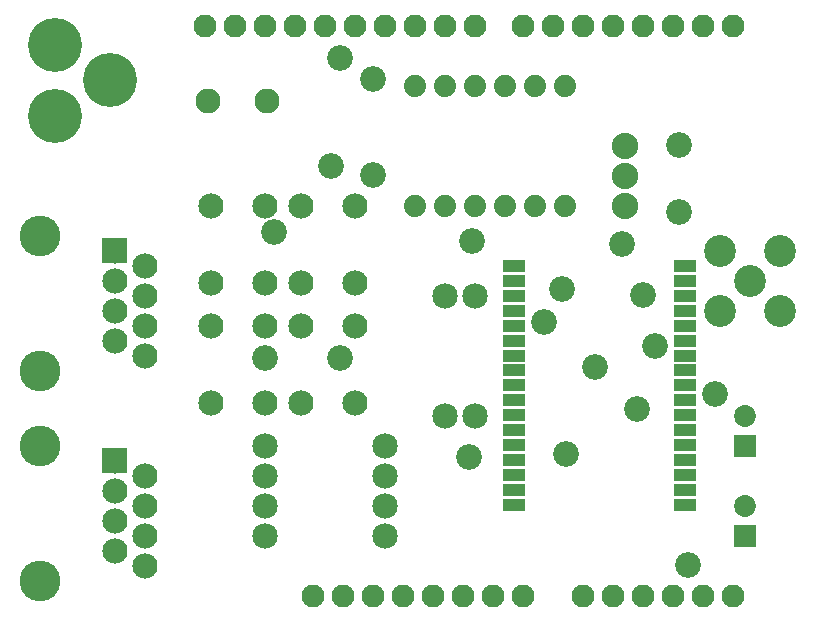
<source format=gts>
G04 MADE WITH FRITZING*
G04 WWW.FRITZING.ORG*
G04 DOUBLE SIDED*
G04 HOLES PLATED*
G04 CONTOUR ON CENTER OF CONTOUR VECTOR*
%ASAXBY*%
%FSLAX23Y23*%
%MOIN*%
%OFA0B0*%
%SFA1.0B1.0*%
%ADD10C,0.085433*%
%ADD11C,0.082998*%
%ADD12C,0.072992*%
%ADD13C,0.085000*%
%ADD14C,0.076194*%
%ADD15C,0.076222*%
%ADD16C,0.180000*%
%ADD17C,0.074000*%
%ADD18C,0.084000*%
%ADD19C,0.135984*%
%ADD20C,0.088000*%
%ADD21C,0.106384*%
%ADD22C,0.106385*%
%ADD23R,0.072992X0.072992*%
%ADD24R,0.072992X0.041496*%
%ADD25R,0.001000X0.001000*%
%LNMASK1*%
G90*
G70*
G54D10*
X2346Y1630D03*
X2346Y1405D03*
X2224Y1128D03*
X1970Y597D03*
G54D11*
X774Y1774D03*
X971Y1774D03*
G54D10*
X1895Y1038D03*
X1955Y1148D03*
X2265Y958D03*
X2465Y798D03*
X1645Y588D03*
X1655Y1308D03*
X965Y918D03*
X1325Y1528D03*
X1325Y1848D03*
X1215Y918D03*
X995Y1338D03*
X1185Y1558D03*
X1215Y1918D03*
X2155Y1298D03*
X2065Y888D03*
X2205Y748D03*
X2375Y228D03*
G54D12*
X2565Y626D03*
X2565Y725D03*
X2565Y326D03*
X2565Y425D03*
G54D13*
X1665Y1126D03*
X1665Y726D03*
X1565Y1126D03*
X1565Y726D03*
G54D14*
X2125Y126D03*
X2225Y126D03*
X2325Y126D03*
X2425Y126D03*
X2525Y126D03*
G54D15*
X1665Y2026D03*
X1565Y2026D03*
X1465Y2026D03*
X1365Y2026D03*
X1265Y2026D03*
X1165Y2026D03*
X1065Y2026D03*
X965Y2026D03*
X865Y2026D03*
X765Y2026D03*
X2525Y2026D03*
X2425Y2026D03*
X2325Y2026D03*
X2225Y2026D03*
X2125Y2026D03*
X2025Y2026D03*
X1925Y2026D03*
X1825Y2026D03*
G54D14*
X1225Y126D03*
X1125Y126D03*
X1325Y126D03*
X1425Y126D03*
X1525Y126D03*
X1625Y126D03*
X1725Y126D03*
X1825Y126D03*
X2025Y126D03*
G54D16*
X265Y1962D03*
X265Y1726D03*
X450Y1844D03*
X265Y1962D03*
X265Y1726D03*
X450Y1844D03*
G54D17*
X1865Y1426D03*
X1765Y1426D03*
X1665Y1426D03*
X1565Y1426D03*
X1465Y1426D03*
X1465Y1826D03*
X1565Y1826D03*
X1665Y1826D03*
X1765Y1826D03*
X1865Y1826D03*
X1965Y1826D03*
X1965Y1426D03*
G54D18*
X1265Y1426D03*
X1265Y1170D03*
X1087Y1426D03*
X1087Y1170D03*
X1265Y1426D03*
X1265Y1170D03*
X1087Y1426D03*
X1087Y1170D03*
X965Y1426D03*
X965Y1170D03*
X787Y1426D03*
X787Y1170D03*
X965Y1426D03*
X965Y1170D03*
X787Y1426D03*
X787Y1170D03*
X1265Y1026D03*
X1265Y770D03*
X1087Y1026D03*
X1087Y770D03*
X1265Y1026D03*
X1265Y770D03*
X1087Y1026D03*
X1087Y770D03*
X965Y1026D03*
X965Y770D03*
X787Y1026D03*
X787Y770D03*
X965Y1026D03*
X965Y770D03*
X787Y1026D03*
X787Y770D03*
X565Y926D03*
X465Y976D03*
X565Y1026D03*
X565Y1126D03*
X565Y1226D03*
X465Y1076D03*
X465Y1176D03*
X465Y1276D03*
G54D19*
X215Y1326D03*
X215Y876D03*
G54D18*
X565Y926D03*
X465Y976D03*
X565Y1026D03*
X565Y1126D03*
X565Y1226D03*
X465Y1076D03*
X465Y1176D03*
X465Y1276D03*
G54D19*
X215Y1326D03*
X215Y876D03*
G54D13*
X965Y326D03*
X1365Y326D03*
X965Y426D03*
X1365Y426D03*
X965Y526D03*
X1365Y526D03*
X965Y626D03*
X1365Y626D03*
G54D20*
X2165Y1626D03*
X2165Y1526D03*
X2165Y1426D03*
G54D18*
X565Y226D03*
X465Y276D03*
X565Y326D03*
X565Y426D03*
X565Y526D03*
X465Y376D03*
X465Y476D03*
X465Y576D03*
G54D19*
X215Y626D03*
X215Y176D03*
G54D18*
X565Y226D03*
X465Y276D03*
X565Y326D03*
X565Y426D03*
X565Y526D03*
X465Y376D03*
X465Y476D03*
X465Y576D03*
G54D19*
X215Y626D03*
X215Y176D03*
G54D21*
X2482Y1276D03*
G54D22*
X2582Y1176D03*
G54D21*
X2482Y1076D03*
G54D22*
X2682Y1076D03*
X2682Y1276D03*
G54D23*
X2565Y626D03*
X2565Y326D03*
G54D24*
X1794Y1226D03*
X1794Y1176D03*
X1794Y1126D03*
X1794Y1076D03*
X1794Y1026D03*
X1794Y976D03*
X1794Y926D03*
X1794Y877D03*
X1794Y827D03*
X1794Y777D03*
X1794Y727D03*
X1794Y677D03*
X1794Y627D03*
X1794Y577D03*
X1794Y527D03*
X1794Y477D03*
X1794Y427D03*
X2365Y1226D03*
X2365Y1176D03*
X2365Y1126D03*
X2365Y1076D03*
X2365Y1026D03*
X2365Y976D03*
X2365Y926D03*
X2365Y877D03*
X2365Y827D03*
X2365Y777D03*
X2365Y727D03*
X2365Y677D03*
X2365Y627D03*
X2365Y577D03*
X2365Y527D03*
X2365Y477D03*
X2365Y427D03*
G54D25*
X423Y1319D02*
X506Y1319D01*
X423Y1318D02*
X506Y1318D01*
X423Y1317D02*
X506Y1317D01*
X423Y1316D02*
X506Y1316D01*
X423Y1315D02*
X506Y1315D01*
X423Y1314D02*
X506Y1314D01*
X423Y1313D02*
X506Y1313D01*
X423Y1312D02*
X506Y1312D01*
X423Y1311D02*
X506Y1311D01*
X423Y1310D02*
X506Y1310D01*
X423Y1309D02*
X506Y1309D01*
X423Y1308D02*
X506Y1308D01*
X423Y1307D02*
X506Y1307D01*
X423Y1306D02*
X506Y1306D01*
X423Y1305D02*
X506Y1305D01*
X423Y1304D02*
X506Y1304D01*
X423Y1303D02*
X506Y1303D01*
X423Y1302D02*
X506Y1302D01*
X423Y1301D02*
X506Y1301D01*
X423Y1300D02*
X506Y1300D01*
X423Y1299D02*
X506Y1299D01*
X423Y1298D02*
X506Y1298D01*
X423Y1297D02*
X506Y1297D01*
X423Y1296D02*
X506Y1296D01*
X423Y1295D02*
X506Y1295D01*
X423Y1294D02*
X506Y1294D01*
X423Y1293D02*
X506Y1293D01*
X423Y1292D02*
X463Y1292D01*
X465Y1292D02*
X506Y1292D01*
X423Y1291D02*
X458Y1291D01*
X471Y1291D02*
X506Y1291D01*
X423Y1290D02*
X456Y1290D01*
X473Y1290D02*
X506Y1290D01*
X423Y1289D02*
X454Y1289D01*
X474Y1289D02*
X506Y1289D01*
X423Y1288D02*
X453Y1288D01*
X475Y1288D02*
X506Y1288D01*
X423Y1287D02*
X452Y1287D01*
X476Y1287D02*
X506Y1287D01*
X423Y1286D02*
X451Y1286D01*
X477Y1286D02*
X506Y1286D01*
X423Y1285D02*
X451Y1285D01*
X477Y1285D02*
X506Y1285D01*
X423Y1284D02*
X450Y1284D01*
X478Y1284D02*
X506Y1284D01*
X423Y1283D02*
X450Y1283D01*
X478Y1283D02*
X506Y1283D01*
X423Y1282D02*
X450Y1282D01*
X479Y1282D02*
X506Y1282D01*
X423Y1281D02*
X449Y1281D01*
X479Y1281D02*
X506Y1281D01*
X423Y1280D02*
X449Y1280D01*
X479Y1280D02*
X506Y1280D01*
X423Y1279D02*
X449Y1279D01*
X479Y1279D02*
X506Y1279D01*
X423Y1278D02*
X449Y1278D01*
X479Y1278D02*
X506Y1278D01*
X423Y1277D02*
X449Y1277D01*
X479Y1277D02*
X506Y1277D01*
X423Y1276D02*
X449Y1276D01*
X479Y1276D02*
X506Y1276D01*
X423Y1275D02*
X449Y1275D01*
X479Y1275D02*
X506Y1275D01*
X423Y1274D02*
X449Y1274D01*
X479Y1274D02*
X506Y1274D01*
X423Y1273D02*
X450Y1273D01*
X479Y1273D02*
X506Y1273D01*
X423Y1272D02*
X450Y1272D01*
X478Y1272D02*
X506Y1272D01*
X423Y1271D02*
X450Y1271D01*
X478Y1271D02*
X506Y1271D01*
X423Y1270D02*
X451Y1270D01*
X478Y1270D02*
X506Y1270D01*
X423Y1269D02*
X451Y1269D01*
X477Y1269D02*
X506Y1269D01*
X423Y1268D02*
X452Y1268D01*
X476Y1268D02*
X506Y1268D01*
X423Y1267D02*
X453Y1267D01*
X476Y1267D02*
X506Y1267D01*
X423Y1266D02*
X454Y1266D01*
X474Y1266D02*
X506Y1266D01*
X423Y1265D02*
X455Y1265D01*
X473Y1265D02*
X506Y1265D01*
X423Y1264D02*
X457Y1264D01*
X471Y1264D02*
X506Y1264D01*
X423Y1263D02*
X461Y1263D01*
X468Y1263D02*
X506Y1263D01*
X423Y1262D02*
X506Y1262D01*
X423Y1261D02*
X506Y1261D01*
X423Y1260D02*
X506Y1260D01*
X423Y1259D02*
X506Y1259D01*
X423Y1258D02*
X506Y1258D01*
X423Y1257D02*
X506Y1257D01*
X423Y1256D02*
X506Y1256D01*
X423Y1255D02*
X506Y1255D01*
X423Y1254D02*
X506Y1254D01*
X423Y1253D02*
X506Y1253D01*
X423Y1252D02*
X506Y1252D01*
X423Y1251D02*
X506Y1251D01*
X423Y1250D02*
X506Y1250D01*
X423Y1249D02*
X506Y1249D01*
X423Y1248D02*
X506Y1248D01*
X423Y1247D02*
X506Y1247D01*
X423Y1246D02*
X506Y1246D01*
X423Y1245D02*
X506Y1245D01*
X423Y1244D02*
X506Y1244D01*
X423Y1243D02*
X506Y1243D01*
X423Y1242D02*
X506Y1242D01*
X423Y1241D02*
X506Y1241D01*
X423Y1240D02*
X506Y1240D01*
X423Y1239D02*
X506Y1239D01*
X423Y1238D02*
X506Y1238D01*
X423Y1237D02*
X506Y1237D01*
X423Y1236D02*
X506Y1236D01*
X423Y619D02*
X506Y619D01*
X423Y618D02*
X506Y618D01*
X423Y617D02*
X506Y617D01*
X423Y616D02*
X506Y616D01*
X423Y615D02*
X506Y615D01*
X423Y614D02*
X506Y614D01*
X423Y613D02*
X506Y613D01*
X423Y612D02*
X506Y612D01*
X423Y611D02*
X506Y611D01*
X423Y610D02*
X506Y610D01*
X423Y609D02*
X506Y609D01*
X423Y608D02*
X506Y608D01*
X423Y607D02*
X506Y607D01*
X423Y606D02*
X506Y606D01*
X423Y605D02*
X506Y605D01*
X423Y604D02*
X506Y604D01*
X423Y603D02*
X506Y603D01*
X423Y602D02*
X506Y602D01*
X423Y601D02*
X506Y601D01*
X423Y600D02*
X506Y600D01*
X423Y599D02*
X506Y599D01*
X423Y598D02*
X506Y598D01*
X423Y597D02*
X506Y597D01*
X423Y596D02*
X506Y596D01*
X423Y595D02*
X506Y595D01*
X423Y594D02*
X506Y594D01*
X423Y593D02*
X506Y593D01*
X423Y592D02*
X461Y592D01*
X468Y592D02*
X506Y592D01*
X423Y591D02*
X457Y591D01*
X471Y591D02*
X506Y591D01*
X423Y590D02*
X455Y590D01*
X473Y590D02*
X506Y590D01*
X423Y589D02*
X454Y589D01*
X474Y589D02*
X506Y589D01*
X423Y588D02*
X453Y588D01*
X475Y588D02*
X506Y588D01*
X423Y587D02*
X452Y587D01*
X476Y587D02*
X506Y587D01*
X423Y586D02*
X451Y586D01*
X477Y586D02*
X506Y586D01*
X423Y585D02*
X451Y585D01*
X478Y585D02*
X506Y585D01*
X423Y584D02*
X450Y584D01*
X478Y584D02*
X506Y584D01*
X423Y583D02*
X450Y583D01*
X478Y583D02*
X506Y583D01*
X423Y582D02*
X450Y582D01*
X479Y582D02*
X506Y582D01*
X423Y581D02*
X449Y581D01*
X479Y581D02*
X506Y581D01*
X423Y580D02*
X449Y580D01*
X479Y580D02*
X506Y580D01*
X423Y579D02*
X449Y579D01*
X479Y579D02*
X506Y579D01*
X423Y578D02*
X449Y578D01*
X479Y578D02*
X506Y578D01*
X423Y577D02*
X449Y577D01*
X479Y577D02*
X506Y577D01*
X423Y576D02*
X449Y576D01*
X479Y576D02*
X506Y576D01*
X423Y575D02*
X449Y575D01*
X479Y575D02*
X506Y575D01*
X423Y574D02*
X449Y574D01*
X479Y574D02*
X506Y574D01*
X423Y573D02*
X450Y573D01*
X479Y573D02*
X506Y573D01*
X423Y572D02*
X450Y572D01*
X478Y572D02*
X506Y572D01*
X423Y571D02*
X450Y571D01*
X478Y571D02*
X506Y571D01*
X423Y570D02*
X451Y570D01*
X478Y570D02*
X506Y570D01*
X423Y569D02*
X451Y569D01*
X477Y569D02*
X506Y569D01*
X423Y568D02*
X452Y568D01*
X476Y568D02*
X506Y568D01*
X423Y567D02*
X453Y567D01*
X475Y567D02*
X506Y567D01*
X423Y566D02*
X454Y566D01*
X474Y566D02*
X506Y566D01*
X423Y565D02*
X456Y565D01*
X473Y565D02*
X506Y565D01*
X423Y564D02*
X458Y564D01*
X471Y564D02*
X506Y564D01*
X423Y563D02*
X463Y563D01*
X466Y563D02*
X506Y563D01*
X423Y562D02*
X506Y562D01*
X423Y561D02*
X506Y561D01*
X423Y560D02*
X506Y560D01*
X423Y559D02*
X506Y559D01*
X423Y558D02*
X506Y558D01*
X423Y557D02*
X506Y557D01*
X423Y556D02*
X506Y556D01*
X423Y555D02*
X506Y555D01*
X423Y554D02*
X506Y554D01*
X423Y553D02*
X506Y553D01*
X423Y552D02*
X506Y552D01*
X423Y551D02*
X506Y551D01*
X423Y550D02*
X506Y550D01*
X423Y549D02*
X506Y549D01*
X423Y548D02*
X506Y548D01*
X423Y547D02*
X506Y547D01*
X423Y546D02*
X506Y546D01*
X423Y545D02*
X506Y545D01*
X423Y544D02*
X506Y544D01*
X423Y543D02*
X506Y543D01*
X423Y542D02*
X506Y542D01*
X423Y541D02*
X506Y541D01*
X423Y540D02*
X506Y540D01*
X423Y539D02*
X506Y539D01*
X423Y538D02*
X506Y538D01*
X423Y537D02*
X506Y537D01*
X423Y536D02*
X506Y536D01*
D02*
G04 End of Mask1*
M02*
</source>
